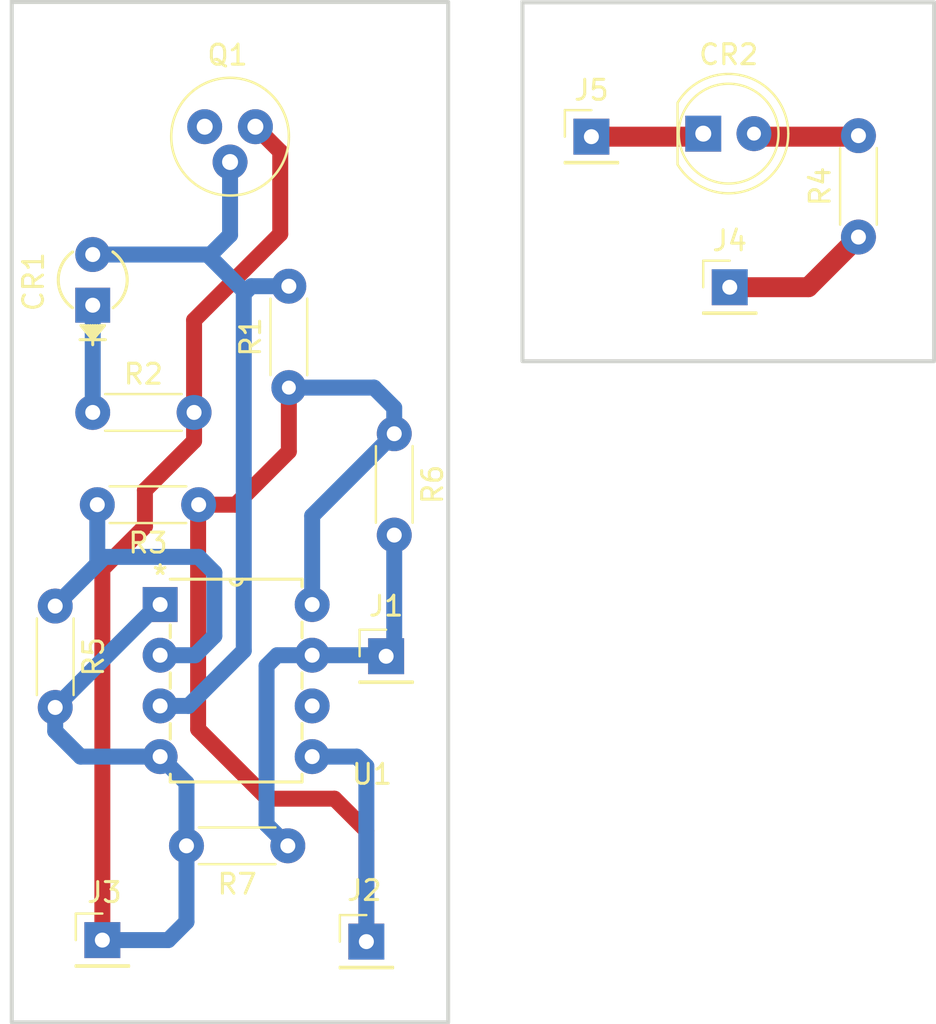
<source format=kicad_pcb>
(kicad_pcb (version 20241229) (generator "pcbnew") (generator_version "9.0")
  (layers (0 "F.Cu" signal) (2 "B.Cu" signal) (13 "F.Paste" user) (15 "B.Paste" user) (5 "F.SilkS" user "F.Silkscreen") (7 "B.SilkS" user "B.Silkscreen") (1 "F.Mask" user) (3 "B.Mask" user) (25 "Edge.Cuts" user))
  (net 0 "")
  (net 1 "Net-(J1-Pin_1)")
  (net 2 "Net-(CR1-Pad1)")
  (net 3 "GND")
  (net 4 "Net-(CR2-Pad2)")
  (net 5 "Net-(J5-Pin_1)")
  (net 6 "Net-(J4-Pin_1)")
  (net 9 "+5V")
  (net 10 "Net-(U1-IN+)")
  (net 11 "Net-(U1-IN-)")
  (footprint "Connector_PinHeader_2.54mm:PinHeader_1x01_P2.54mm_Vertical" (layer "F.Cu") (at 158.1912 60.2488)
    (property "Reference" "J5" (at 0 -2.33 0) (layer "F.SilkS"))
    (property "Value" "GND")
    (fp_line (start -1.33 -1.33) (end 0 -1.33) (stroke (width 0.12)) (layer "F.SilkS"))
    (fp_line (start -1.33 0) (end -1.33 -1.33) (stroke (width 0.12)) (layer "F.SilkS"))
    (fp_line (start -1.33 1.27) (end -1.33 1.33) (stroke (width 0.12)) (layer "F.SilkS"))
    (fp_line (start -1.33 1.27) (end 1.33 1.27) (stroke (width 0.12)) (layer "F.SilkS"))
    (fp_line (start -1.33 1.33) (end 1.33 1.33) (stroke (width 0.12)) (layer "F.SilkS"))
    (fp_line (start 1.33 1.27) (end 1.33 1.33) (stroke (width 0.12)) (layer "F.SilkS"))
    (pad "1" thru_hole rect (at 0 0) (size 1.8 1.8) (drill 0.75) (layers "*.Cu" "*.Mask") (net 5 "Net-(J5-Pin_1)"))
  )
  (footprint "Resistor_THT:R_Axial_DIN0204_L3.6mm_D1.6mm_P5.08mm_Horizontal" (layer "F.Cu") (at 133.1976 74.0664)
    (property "Reference" "R2" (at 2.54 -1.92 0) (layer "F.SilkS"))
    (property "Value" "330 Ohm")
    (fp_line (start 0.62 -0.92) (end 4.46 -0.92) (stroke (width 0.12)) (layer "F.SilkS"))
    (fp_line (start 0.62 0.92) (end 4.46 0.92) (stroke (width 0.12)) (layer "F.SilkS"))
    (pad "1" thru_hole circle (at 0 0) (size 1.75 1.75) (drill 0.75) (layers "*.Cu" "*.Mask") (net 2 "Net-(CR1-Pad1)"))
    (pad "2" thru_hole circle (at 5.08 0) (size 1.75 1.75) (drill 0.75) (layers "*.Cu" "*.Mask") (net 3 "GND"))
  )
  (footprint "LED_THT:LED_D5.0mm_IRGrey" (layer "F.Cu") (at 163.7996 60.0964)
    (property "Reference" "CR2" (at 1.27 -3.96 0) (layer "F.SilkS"))
    (property "Value" "IR LED")
    (fp_line (start -1.29 -1.545) (end -1.29 1.545) (stroke (width 0.12)) (layer "F.SilkS"))
    (fp_arc (start -1.29 -1.54483) (mid 2.071756 -2.880501) (end 4.26 -0.000048) (stroke (width 0.12)) (layer "F.SilkS"))
    (fp_arc (start 4.26 0.000048) (mid 2.071756 2.880501) (end -1.29 1.54483) (stroke (width 0.12)) (layer "F.SilkS"))
    (fp_circle (center 1.27 0) (end 3.77 0) (stroke (width 0.12)) (fill no) (layer "F.SilkS"))
    (pad "1" thru_hole rect (at 0 0) (size 1.8 1.8) (drill 0.8) (layers "*.Cu" "*.Mask") (net 5 "Net-(J5-Pin_1)"))
    (pad "2" thru_hole circle (at 2.54 0) (size 1.75 1.75) (drill 0.7) (layers "*.Cu" "*.Mask") (net 4 "Net-(CR2-Pad2)"))
  )
  (footprint "Connector_PinHeader_2.54mm:PinHeader_1x01_P2.54mm_Vertical" (layer "F.Cu") (at 147.9042 86.2838)
    (property "Reference" "J1" (at 0 -2.5146 0) (layer "F.SilkS"))
    (property "Value" "Signal_out")
    (fp_line (start -1.33 -1.33) (end 0 -1.33) (stroke (width 0.12)) (layer "F.SilkS"))
    (fp_line (start -1.33 0) (end -1.33 -1.33) (stroke (width 0.12)) (layer "F.SilkS"))
    (fp_line (start -1.33 1.27) (end -1.33 1.33) (stroke (width 0.12)) (layer "F.SilkS"))
    (fp_line (start -1.33 1.27) (end 1.33 1.27) (stroke (width 0.12)) (layer "F.SilkS"))
    (fp_line (start -1.33 1.33) (end 1.33 1.33) (stroke (width 0.12)) (layer "F.SilkS"))
    (fp_line (start 1.33 1.27) (end 1.33 1.33) (stroke (width 0.12)) (layer "F.SilkS"))
    (pad "1" thru_hole rect (at 0 0) (size 1.8 1.8) (drill 0.75) (layers "*.Cu" "*.Mask") (net 1 "Net-(J1-Pin_1)"))
  )
  (footprint "Connector_PinHeader_2.54mm:PinHeader_1x01_P2.54mm_Vertical" (layer "F.Cu") (at 165.1254 67.7926)
    (property "Reference" "J4" (at 0 -2.33 0) (layer "F.SilkS"))
    (property "Value" "5V_In")
    (fp_line (start -1.33 -1.33) (end 0 -1.33) (stroke (width 0.12)) (layer "F.SilkS"))
    (fp_line (start -1.33 0) (end -1.33 -1.33) (stroke (width 0.12)) (layer "F.SilkS"))
    (fp_line (start -1.33 1.27) (end -1.33 1.33) (stroke (width 0.12)) (layer "F.SilkS"))
    (fp_line (start -1.33 1.27) (end 1.33 1.27) (stroke (width 0.12)) (layer "F.SilkS"))
    (fp_line (start -1.33 1.33) (end 1.33 1.33) (stroke (width 0.12)) (layer "F.SilkS"))
    (fp_line (start 1.33 1.27) (end 1.33 1.33) (stroke (width 0.12)) (layer "F.SilkS"))
    (pad "1" thru_hole rect (at 0 0) (size 1.8 1.8) (drill 0.75) (layers "*.Cu" "*.Mask") (net 6 "Net-(J4-Pin_1)"))
  )
  (footprint "Connector_PinHeader_2.54mm:PinHeader_1x01_P2.54mm_Vertical" (layer "F.Cu") (at 133.6802 100.5078)
    (property "Reference" "J3" (at 0.1016 -2.3876 0) (layer "F.SilkS"))
    (property "Value" "GND")
    (fp_line (start -1.33 -1.33) (end 0 -1.33) (stroke (width 0.12)) (layer "F.SilkS"))
    (fp_line (start -1.33 0) (end -1.33 -1.33) (stroke (width 0.12)) (layer "F.SilkS"))
    (fp_line (start -1.33 1.27) (end -1.33 1.33) (stroke (width 0.12)) (layer "F.SilkS"))
    (fp_line (start -1.33 1.27) (end 1.33 1.27) (stroke (width 0.12)) (layer "F.SilkS"))
    (fp_line (start -1.33 1.33) (end 1.33 1.33) (stroke (width 0.12)) (layer "F.SilkS"))
    (fp_line (start 1.33 1.27) (end 1.33 1.33) (stroke (width 0.12)) (layer "F.SilkS"))
    (pad "1" thru_hole rect (at 0 0) (size 1.8 1.8) (drill 0.75) (layers "*.Cu" "*.Mask") (net 3 "GND"))
  )
  (footprint "Resistor_THT:R_Axial_DIN0204_L3.6mm_D1.6mm_P5.08mm_Horizontal" (layer "F.Cu") (at 138.5062 78.6892 180)
    (property "Reference" "R3" (at 2.54 -1.92 0) (layer "F.SilkS"))
    (property "Value" "3k")
    (fp_line (start 0.62 0.92) (end 4.46 0.92) (stroke (width 0.12)) (layer "F.SilkS"))
    (fp_line (start 0.62 -0.92) (end 4.46 -0.92) (stroke (width 0.12)) (layer "F.SilkS"))
    (pad "1" thru_hole circle (at 0 0 180) (size 1.75 1.75) (drill 0.75) (layers "*.Cu" "*.Mask") (net 9 "+5V"))
    (pad "2" thru_hole circle (at 5.08 0 180) (size 1.75 1.75) (drill 0.75) (layers "*.Cu" "*.Mask") (net 10 "Net-(U1-IN+)"))
  )
  (footprint "Resistor_THT:R_Axial_DIN0204_L3.6mm_D1.6mm_P5.08mm_Horizontal" (layer "F.Cu") (at 131.318 83.7692 -90)
    (property "Reference" "R5" (at 2.54 -1.92 90) (layer "F.SilkS"))
    (property "Value" "2.2k")
    (fp_line (start 0.62 0.92) (end 4.46 0.92) (stroke (width 0.12)) (layer "F.SilkS"))
    (fp_line (start 0.62 -0.92) (end 4.46 -0.92) (stroke (width 0.12)) (layer "F.SilkS"))
    (pad "1" thru_hole circle (at 0 0 270) (size 1.75 1.75) (drill 0.75) (layers "*.Cu" "*.Mask") (net 10 "Net-(U1-IN+)"))
    (pad "2" thru_hole circle (at 5.08 0 270) (size 1.75 1.75) (drill 0.75) (layers "*.Cu" "*.Mask") (net 3 "GND"))
  )
  (footprint "IR_sensor_lib:TLL_Series_LED_GR" (layer "F.Cu") (at 133.1976 68.6943 90)
    (property "Reference" "CR1" (at 1.1811 -2.9718 90) (layer "F.SilkS"))
    (property "Value" "GREEN LED")
    (fp_line (start -1.7272 -0.635) (end -1.7272 0.635) (stroke (width 0.1524)) (layer "F.SilkS"))
    (fp_line (start -1.01854 0) (end -1.9812 0) (stroke (width 0.1524)) (layer "F.SilkS"))
    (fp_line (start -1.7272 0) (end -1.01854 -0.59055) (stroke (width 0.1524)) (layer "F.SilkS"))
    (fp_line (start -1.7272 0) (end -1.01854 -0.47244) (stroke (width 0.1524)) (layer "F.SilkS"))
    (fp_line (start -1.7272 0) (end -1.01854 -0.35433) (stroke (width 0.1524)) (layer "F.SilkS"))
    (fp_line (start -1.7272 0) (end -1.01854 -0.23622) (stroke (width 0.1524)) (layer "F.SilkS"))
    (fp_line (start -1.7272 0) (end -1.01854 -0.11811) (stroke (width 0.1524)) (layer "F.SilkS"))
    (fp_line (start -1.7272 0) (end -1.01854 0.11811) (stroke (width 0.1524)) (layer "F.SilkS"))
    (fp_line (start -1.7272 0) (end -1.01854 0.23622) (stroke (width 0.1524)) (layer "F.SilkS"))
    (fp_line (start -1.7272 0) (end -1.01854 0.35433) (stroke (width 0.1524)) (layer "F.SilkS"))
    (fp_line (start -1.7272 0) (end -1.01854 0.47244) (stroke (width 0.1524)) (layer "F.SilkS"))
    (fp_line (start -1.7272 0) (end -1.01854 0.59055) (stroke (width 0.1524)) (layer "F.SilkS"))
    (fp_arc (start -0.124919 -1.018539) (mid 1.27523 -1.727192) (end 2.671061 -1.010073) (stroke (width 0.1524)) (layer "F.SilkS"))
    (fp_arc (start 2.671061 1.010073) (mid 1.27523 1.727192) (end -0.124919 1.018539) (stroke (width 0.1524)) (layer "F.SilkS"))
    (pad "1" thru_hole rect (at 0 0 90) (size 1.75 1.75) (drill 0.75) (layers "*.Cu" "*.Mask") (net 2 "Net-(CR1-Pad1)"))
    (pad "2" thru_hole circle (at 2.54 0 90) (size 1.75 1.75) (drill 0.75) (layers "*.Cu" "*.Mask") (net 11 "Net-(U1-IN-)"))
  )
  (footprint "Connector_PinHeader_2.54mm:PinHeader_1x01_P2.54mm_Vertical" (layer "F.Cu") (at 146.9136 100.584)
    (property "Reference" "J2" (at -0.1016 -2.5654 0) (layer "F.SilkS"))
    (property "Value" "5V_In")
    (fp_line (start -1.33 -1.33) (end 0 -1.33) (stroke (width 0.12)) (layer "F.SilkS"))
    (fp_line (start -1.33 0) (end -1.33 -1.33) (stroke (width 0.12)) (layer "F.SilkS"))
    (fp_line (start -1.33 1.27) (end -1.33 1.33) (stroke (width 0.12)) (layer "F.SilkS"))
    (fp_line (start -1.33 1.27) (end 1.33 1.27) (stroke (width 0.12)) (layer "F.SilkS"))
    (fp_line (start -1.33 1.33) (end 1.33 1.33) (stroke (width 0.12)) (layer "F.SilkS"))
    (fp_line (start 1.33 1.27) (end 1.33 1.33) (stroke (width 0.12)) (layer "F.SilkS"))
    (pad "1" thru_hole rect (at 0 0) (size 1.8 1.8) (drill 0.75) (layers "*.Cu" "*.Mask") (net 9 "+5V"))
  )
  (footprint "IR_sensor_lib:Phototransistor" (layer "F.Cu") (at 140.081 60.2488 180)
    (property "Reference" "Q1" (at 0.127 4.0894 0) (layer "F.SilkS"))
    (property "Value" "BPV11F")
    (fp_circle (center 0 0) (end 2.95 0) (stroke (width 0.127)) (fill no) (layer "F.SilkS"))
    (pad "B" thru_hole circle (at 1.27 0.5 180) (size 1.75 1.75) (drill 0.8) (layers "*.Cu" "*.Mask"))
    (pad "C" thru_hole circle (at 0 -1.27 180) (size 1.75 1.75) (drill 0.8) (layers "*.Cu" "*.Mask") (net 11 "Net-(U1-IN-)"))
    (pad "E" thru_hole circle (at -1.27 0.5 180) (size 1.75 1.75) (drill 0.8) (layers "*.Cu" "*.Mask") (net 3 "GND"))
  )
  (footprint "Resistor_THT:R_Axial_DIN0204_L3.6mm_D1.6mm_P5.08mm_Horizontal" (layer "F.Cu") (at 143.0274 72.8218 90)
    (property "Reference" "R1" (at 2.54 -1.92 90) (layer "F.SilkS"))
    (property "Value" "10k Ohm")
    (fp_line (start 0.62 -0.92) (end 4.46 -0.92) (stroke (width 0.12)) (layer "F.SilkS"))
    (fp_line (start 0.62 0.92) (end 4.46 0.92) (stroke (width 0.12)) (layer "F.SilkS"))
    (pad "1" thru_hole circle (at 0 0 90) (size 1.75 1.75) (drill 0.7) (layers "*.Cu" "*.Mask") (net 9 "+5V"))
    (pad "2" thru_hole circle (at 5.08 0 90) (size 1.75 1.75) (drill 0.75) (layers "*.Cu" "*.Mask") (net 11 "Net-(U1-IN-)"))
  )
  (footprint "IR_sensor_lib:Voltage_comparator" (layer "F.Cu") (at 140.6878 88.083)
    (property "Reference" "U1" (at 6.508 4.112814 0) (layer "F.SilkS"))
    (property "Value" "LM311P")
    (fp_line (start -3.604 -3.37146) (end -3.604 -2.732814) (stroke (width 0.1524)) (layer "F.SilkS"))
    (fp_line (start -3.604 -0.967186) (end -3.604 -0.192814) (stroke (width 0.1524)) (layer "F.SilkS"))
    (fp_line (start -3.604 1.572814) (end -3.604 2.347186) (stroke (width 0.1524)) (layer "F.SilkS"))
    (fp_line (start -3.604 4.112814) (end -3.604 4.5) (stroke (width 0.1524)) (layer "F.SilkS"))
    (fp_line (start -3.604 4.5) (end 3 4.5) (stroke (width 0.1524)) (layer "F.SilkS"))
    (fp_line (start 3 -5.66) (end -3.604 -5.66) (stroke (width 0.1524)) (layer "F.SilkS"))
    (fp_line (start 3 -5.272814) (end 3 -5.66) (stroke (width 0.1524)) (layer "F.SilkS"))
    (fp_line (start 3 -2.732814) (end 3 -3.507186) (stroke (width 0.1524)) (layer "F.SilkS"))
    (fp_line (start 3 -0.192814) (end 3 -0.967186) (stroke (width 0.1524)) (layer "F.SilkS"))
    (fp_line (start 3 2.347186) (end 3 1.572814) (stroke (width 0.1524)) (layer "F.SilkS"))
    (fp_line (start 3 4.5) (end 3 4.112814) (stroke (width 0.1524)) (layer "F.SilkS"))
    (fp_arc (start 0.0028 -5.66) (mid -0.302 -5.3552) (end -0.6068 -5.66) (stroke (width 0.1524)) (layer "F.SilkS"))
    (fp_text user "*" (at -4.112 -5.8378 0) (layer "F.SilkS"))
    (fp_text user "*" (at -4.112 -5.8378 0) (layer "F.SilkS"))
    (pad "1" thru_hole rect (at -4.112 -4.39) (size 1.75 1.75) (drill 0.75) (layers "*.Cu" "*.Mask") (net 3 "GND"))
    (pad "2" thru_hole circle (at -4.112 -1.85) (size 1.75 1.75) (drill 0.75) (layers "*.Cu" "*.Mask") (net 10 "Net-(U1-IN+)"))
    (pad "3" thru_hole circle (at -4.112 0.69) (size 1.75 1.75) (drill 0.75) (layers "*.Cu" "*.Mask") (net 11 "Net-(U1-IN-)"))
    (pad "4" thru_hole circle (at -4.112 3.23) (size 1.75 1.75) (drill 0.75) (layers "*.Cu" "*.Mask") (net 3 "GND"))
    (pad "5" thru_hole circle (at 3.508 3.23) (size 1.75 1.75) (drill 0.75) (layers "*.Cu" "*.Mask") (net 9 "+5V"))
    (pad "6" thru_hole circle (at 3.508 0.69) (size 1.75 1.75) (drill 0.75) (layers "*.Cu" "*.Mask"))
    (pad "7" thru_hole circle (at 3.508 -1.85) (size 1.75 1.75) (drill 0.75) (layers "*.Cu" "*.Mask") (net 1 "Net-(J1-Pin_1)"))
    (pad "8" thru_hole circle (at 3.508 -4.39) (size 1.75 1.75) (drill 0.75) (layers "*.Cu" "*.Mask") (net 9 "+5V"))
  )
  (footprint "Resistor_THT:R_Axial_DIN0204_L3.6mm_D1.6mm_P5.08mm_Horizontal" (layer "F.Cu") (at 148.3106 75.1332 -90)
    (property "Reference" "R6" (at 2.54 -1.92 90) (layer "F.SilkS"))
    (property "Value" "10k")
    (fp_line (start 0.62 0.92) (end 4.46 0.92) (stroke (width 0.12)) (layer "F.SilkS"))
    (fp_line (start 0.62 -0.92) (end 4.46 -0.92) (stroke (width 0.12)) (layer "F.SilkS"))
    (pad "1" thru_hole circle (at 0 0 270) (size 1.75 1.75) (drill 0.75) (layers "*.Cu" "*.Mask") (net 9 "+5V"))
    (pad "2" thru_hole circle (at 5.08 0 270) (size 1.75 1.75) (drill 0.75) (layers "*.Cu" "*.Mask") (net 1 "Net-(J1-Pin_1)"))
  )
  (footprint "Resistor_THT:R_Axial_DIN0204_L3.6mm_D1.6mm_P5.08mm_Horizontal" (layer "F.Cu") (at 171.577 65.278 90)
    (property "Reference" "R4" (at 2.54 -1.92 90) (layer "F.SilkS"))
    (property "Value" "100 Ohm")
    (fp_line (start 0.62 -0.92) (end 4.46 -0.92) (stroke (width 0.12)) (layer "F.SilkS"))
    (fp_line (start 0.62 0.92) (end 4.46 0.92) (stroke (width 0.12)) (layer "F.SilkS"))
    (pad "1" thru_hole circle (at 0 0 90) (size 1.75 1.75) (drill 0.75) (layers "*.Cu" "*.Mask") (net 6 "Net-(J4-Pin_1)"))
    (pad "2" thru_hole circle (at 5.08 0 90) (size 1.75 1.75) (drill 0.75) (layers "*.Cu" "*.Mask") (net 4 "Net-(CR2-Pad2)"))
  )
  (footprint "Resistor_THT:R_Axial_DIN0204_L3.6mm_D1.6mm_P5.08mm_Horizontal" (layer "F.Cu") (at 142.9766 95.7834 180)
    (property "Reference" "R7" (at 2.54 -1.92 0) (layer "F.SilkS"))
    (property "Value" "10k")
    (fp_line (start 0.62 0.92) (end 4.46 0.92) (stroke (width 0.12)) (layer "F.SilkS"))
    (fp_line (start 0.62 -0.92) (end 4.46 -0.92) (stroke (width 0.12)) (layer "F.SilkS"))
    (pad "1" thru_hole circle (at 0 0 180) (size 1.75 1.75) (drill 0.75) (layers "*.Cu" "*.Mask") (net 1 "Net-(J1-Pin_1)"))
    (pad "2" thru_hole circle (at 5.08 0 180) (size 1.75 1.75) (drill 0.75) (layers "*.Cu" "*.Mask") (net 3 "GND"))
  )
  (gr_rect (start 154.7368 53.5178) (end 175.3684 71.501) (stroke (width 0.2)) (fill no) (layer "Edge.Cuts"))
  (gr_rect (start 129.1378 53.5) (end 151.0146 104.6304) (stroke (width 0.2)) (fill no) (layer "Edge.Cuts"))
  (segment (start 144.1958 86.233) (end 147.8534 86.233) (width 0.8) (layer "B.Cu") (net 1))
  (segment (start 141.9098 94.7166) (end 142.9766 95.7834) (width 0.8) (layer "B.Cu") (net 1))
  (segment (start 147.8534 86.233) (end 147.9042 86.2838) (width 0.2) (layer "B.Cu") (net 1))
  (segment (start 141.9098 86.7664) (end 141.9098 94.7166) (width 0.8) (layer "B.Cu") (net 1))
  (segment (start 148.3106 80.2132) (end 148.3106 85.7758) (width 0.8) (layer "B.Cu") (net 1))
  (segment (start 148.3106 85.7758) (end 147.8534 86.233) (width 0.2) (layer "B.Cu") (net 1))
  (segment (start 142.4432 86.233) (end 141.9098 86.7664) (width 0.8) (layer "B.Cu") (net 1))
  (segment (start 144.1958 86.233) (end 142.4432 86.233) (width 0.8) (layer "B.Cu") (net 1))
  (segment (start 133.1976 68.6943) (end 133.1976 73.914) (width 0.8) (layer "B.Cu") (net 2))
  (segment (start 133.1976 73.914) (end 133.3246 74.041) (width 0.2) (layer "B.Cu") (net 2))
  (segment (start 133.3754 68.8721) (end 133.1976 68.6943) (width 0.2) (layer "B.Cu") (net 2))
  (segment (start 133.6802 81.915) (end 135.8138 79.7814) (width 0.8) (layer "F.Cu") (net 3))
  (segment (start 138.2776 75.500916) (end 138.2776 74.0664) (width 0.8) (layer "F.Cu") (net 3))
  (segment (start 135.8138 77.964716) (end 138.2776 75.500916) (width 0.8) (layer "F.Cu") (net 3))
  (segment (start 138.2776 69.4436) (end 142.5956 65.1256) (width 0.8) (layer "F.Cu") (net 3))
  (segment (start 142.5956 60.9934) (end 141.351 59.7488) (width 0.8) (layer "F.Cu") (net 3))
  (segment (start 138.2776 74.0664) (end 138.2776 69.4436) (width 0.8) (layer "F.Cu") (net 3))
  (segment (start 142.5956 65.1256) (end 142.5956 60.9934) (width 0.8) (layer "F.Cu") (net 3))
  (segment (start 136.5758 83.693) (end 136.4742 83.693) (width 0.8) (layer "F.Cu") (net 3))
  (segment (start 135.8138 79.7814) (end 135.8138 77.964716) (width 0.8) (layer "F.Cu") (net 3))
  (segment (start 133.6802 100.5078) (end 133.6802 81.915) (width 0.8) (layer "F.Cu") (net 3))
  (segment (start 136.5758 83.693) (end 136.4742 83.693) (width 0.8) (layer "B.Cu") (net 3))
  (segment (start 137.8966 95.7834) (end 137.8966 99.5934) (width 0.8) (layer "B.Cu") (net 3))
  (segment (start 132.588 91.313) (end 131.318 90.043) (width 0.8) (layer "B.Cu") (net 3))
  (segment (start 137.8966 92.6338) (end 136.5758 91.313) (width 0.8) (layer "B.Cu") (net 3))
  (segment (start 136.5758 91.313) (end 132.588 91.313) (width 0.8) (layer "B.Cu") (net 3))
  (segment (start 137.8966 95.7834) (end 137.8966 92.6338) (width 0.8) (layer "B.Cu") (net 3))
  (segment (start 136.9822 100.5078) (end 133.6802 100.5078) (width 0.8) (layer "B.Cu") (net 3))
  (segment (start 131.318 90.043) (end 131.318 88.8492) (width 0.8) (layer "B.Cu") (net 3))
  (segment (start 136.4742 83.693) (end 131.318 88.8492) (width 0.8) (layer "B.Cu") (net 3))
  (segment (start 137.8966 99.5934) (end 136.9822 100.5078) (width 0.8) (layer "B.Cu") (net 3))
  (segment (start 166.2634 60.2488) (end 171.5262 60.2488) (width 1) (layer "F.Cu") (net 4))
  (segment (start 171.5262 60.2488) (end 171.577 60.198) (width 0.2) (layer "F.Cu") (net 4))
  (segment (start 158.1912 60.2488) (end 163.7234 60.2488) (width 1) (layer "F.Cu") (net 5))
  (segment (start 169.0624 67.7926) (end 165.1254 67.7926) (width 1) (layer "F.Cu") (net 6))
  (segment (start 171.577 65.278) (end 169.0624 67.7926) (width 1) (layer "F.Cu") (net 6))
  (segment (start 141.9606 93.4212) (end 145.3134 93.4212) (width 0.8) (layer "F.Cu") (net 9))
  (segment (start 138.4808 78.7146) (end 138.4808 89.9414) (width 0.8) (layer "F.Cu") (net 9))
  (segment (start 145.3134 93.4212) (end 146.9136 95.0214) (width 0.8) (layer "F.Cu") (net 9))
  (segment (start 140.3604 78.6892) (end 143.0274 76.0222) (width 0.8) (layer "F.Cu") (net 9))
  (segment (start 143.0274 76.0222) (end 143.0274 72.8218) (width 0.8) (layer "F.Cu") (net 9))
  (segment (start 138.4808 89.9414) (end 141.9606 93.4212) (width 0.8) (layer "F.Cu") (net 9))
  (segment (start 138.5062 78.6892) (end 138.4808 78.7146) (width 0.8) (layer "F.Cu") (net 9))
  (segment (start 138.5062 78.6892) (end 140.3604 78.6892) (width 0.8) (layer "F.Cu") (net 9))
  (segment (start 146.9136 95.0214) (end 146.9136 100.584) (width 0.8) (layer "F.Cu") (net 9))
  (segment (start 146.431 91.313) (end 146.9136 91.7956) (width 0.8) (layer "B.Cu") (net 9))
  (segment (start 144.1958 91.313) (end 146.431 91.313) (width 0.8) (layer "B.Cu") (net 9))
  (segment (start 148.3106 75.1332) (end 148.3106 73.8378) (width 0.8) (layer "B.Cu") (net 9))
  (segment (start 147.2946 72.8218) (end 143.0274 72.8218) (width 0.8) (layer "B.Cu") (net 9))
  (segment (start 146.9136 91.7956) (end 146.9136 100.584) (width 0.8) (layer "B.Cu") (net 9))
  (segment (start 144.1958 79.248) (end 148.3106 75.1332) (width 0.8) (layer "B.Cu") (net 9))
  (segment (start 144.1958 83.693) (end 144.1958 79.248) (width 0.8) (layer "B.Cu") (net 9))
  (segment (start 148.3106 73.8378) (end 147.2946 72.8218) (width 0.8) (layer "B.Cu") (net 9))
  (segment (start 133.4262 81.661) (end 131.318 83.7692) (width 0.8) (layer "B.Cu") (net 10))
  (segment (start 138.3284 86.233) (end 139.2936 85.2678) (width 0.8) (layer "B.Cu") (net 10))
  (segment (start 136.5758 86.233) (end 138.3284 86.233) (width 0.8) (layer "B.Cu") (net 10))
  (segment (start 139.2936 82.0928) (end 138.5062 81.3054) (width 0.8) (layer "B.Cu") (net 10))
  (segment (start 139.2936 85.2678) (end 139.2936 82.0928) (width 0.8) (layer "B.Cu") (net 10))
  (segment (start 138.5062 81.3054) (end 133.7818 81.3054) (width 0.8) (layer "B.Cu") (net 10))
  (segment (start 133.4262 78.6892) (end 133.4262 81.661) (width 0.8) (layer "B.Cu") (net 10))
  (segment (start 133.7818 81.3054) (end 131.318 83.7692) (width 0.8) (layer "B.Cu") (net 10))
  (segment (start 140.843 68.0466) (end 141.1478 67.7418) (width 0.8) (layer "B.Cu") (net 11))
  (segment (start 137.9982 88.773) (end 140.7668 86.0044) (width 0.8) (layer "B.Cu") (net 11))
  (segment (start 138.9507 66.1543) (end 139.0269 66.2305) (width 0.2) (layer "B.Cu") (net 11))
  (segment (start 136.5758 88.773) (end 137.9982 88.773) (width 0.8) (layer "B.Cu") (net 11))
  (segment (start 140.7668 86.0044) (end 140.7668 68.1228) (width 0.8) (layer "B.Cu") (net 11))
  (segment (start 139.0269 66.2305) (end 140.843 68.0466) (width 0.8) (layer "B.Cu") (net 11))
  (segment (start 140.6398 68.1736) (end 140.716 68.1736) (width 0.2) (layer "B.Cu") (net 11))
  (segment (start 140.081 61.5188) (end 140.081 65.1764) (width 0.8) (layer "B.Cu") (net 11))
  (segment (start 140.081 65.1764) (end 139.0269 66.2305) (width 0.8) (layer "B.Cu") (net 11))
  (segment (start 133.1976 66.1543) (end 138.9507 66.1543) (width 0.8) (layer "B.Cu") (net 11))
  (segment (start 141.1478 67.7418) (end 143.0274 67.7418) (width 0.8) (layer "B.Cu") (net 11))
)
</source>
